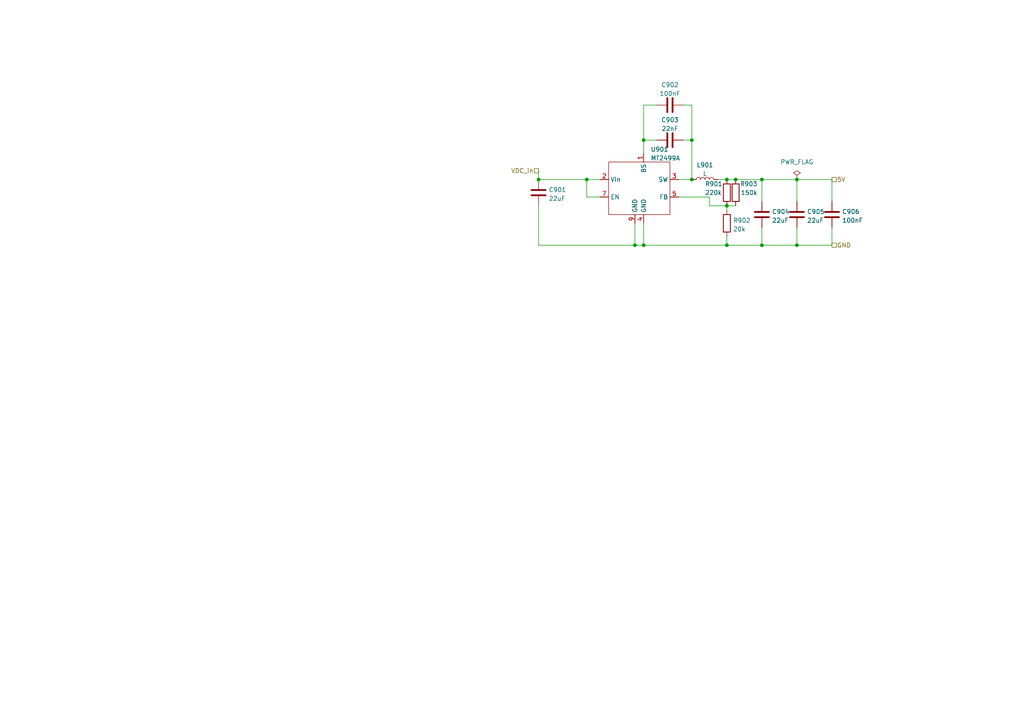
<source format=kicad_sch>
(kicad_sch (version 20230121) (generator eeschema)
  (paper "A4")
  (lib_symbols
    (symbol "Device:C" (pin_numbers hide) (pin_names (offset 0.254))
      (property "Reference" "C" (at 0.635 2.54 0))
      (property "Value" "C" (at 0.635 -2.54 0))
      (symbol "C_0_1"
        (polyline (pts (xy -2.032 -0.762) (xy 2.032 -0.762)) (stroke (width 0.508)))
        (polyline (pts (xy -2.032 0.762) (xy 2.032 0.762)) (stroke (width 0.508)))
      )
      (symbol "C_1_1"
        (pin passive line (at 0 3.81 270) (length 2.794) (name "~") (number "1"))
        (pin passive line (at 0 -3.81 90) (length 2.794) (name "~") (number "2"))
      )
    )
    (symbol "Device:L" (pin_numbers hide) (pin_names (offset 1.016) hide)
      (property "Reference" "L" (at -1.27 0 90))
      (property "Value" "L" (at 1.905 0 90))
      (symbol "L_0_1"
        (arc (start 0 -2.54) (mid 0.6323 -1.905) (end 0 -1.27))
        (arc (start 0 -1.27) (mid 0.6323 -0.635) (end 0 0))
        (arc (start 0 0) (mid 0.6323 0.635) (end 0 1.27))
        (arc (start 0 1.27) (mid 0.6323 1.905) (end 0 2.54))
      )
      (symbol "L_1_1"
        (pin passive line (at 0 3.81 270) (length 1.27) (name "1") (number "1"))
        (pin passive line (at 0 -3.81 90) (length 1.27) (name "2") (number "2"))
      )
    )
    (symbol "Device:R" (pin_numbers hide) (pin_names (offset 0))
      (property "Reference" "R" (at 2.032 0 90))
      (property "Value" "R" (at 0 0 90))
      (symbol "R_0_1"
        (rectangle (start -1.016 -2.54) (end 1.016 2.54) (stroke (width 0.254)))
      )
      (symbol "R_1_1"
        (pin passive line (at 0 3.81 270) (length 1.27) (name "~") (number "1"))
        (pin passive line (at 0 -3.81 90) (length 1.27) (name "~") (number "2"))
      )
    )
    (symbol "custom_kicad_lib_sk:MT499A"
      (property "Reference" "U1" (at 2.0194 9.999 0))
      (property "Value" "MT499A" (at 2.0194 7.4621 0))
      (symbol "MT499A_0_1"
        (rectangle (start -10.16 6.35) (end 7.62 -8.89) (stroke (width 0.1524)))
      )
      (symbol "MT499A_1_1"
        (pin input line (at 0 8.89 270) (length 2.54) (name "BS") (number "1"))
        (pin power_in line (at -12.7 1.27 0) (length 2.54) (name "Vin") (number "2"))
        (pin input line (at 10.16 1.27 180) (length 2.54) (name "SW") (number "3"))
        (pin power_in line (at 0 -11.43 90) (length 2.54) (name "GND") (number "4"))
        (pin input line (at 10.16 -3.81 180) (length 2.54) (name "FB") (number "5"))
        (pin no_connect line (at 8.89 -11.43 180) (length 2.54) hide (name "NC") (number "6"))
        (pin input line (at -12.7 -3.81 0) (length 2.54) (name "EN") (number "7"))
        (pin no_connect line (at 8.89 -13.97 180) (length 2.54) hide (name "NC") (number "8"))
        (pin input line (at -2.54 -11.43 90) (length 2.54) (name "GND") (number "9"))
      )
    )
    (symbol "power:PWR_FLAG" (power) (pin_numbers hide) (pin_names (offset 0) hide)
      (property "Value" "PWR_FLAG" (at 0 3.81 0))
      (symbol "PWR_FLAG_0_0"
        (pin power_out line (at 0 0 90) (length 0) (name "pwr") (number "1"))
      )
      (symbol "PWR_FLAG_0_1"
        (polyline (pts (xy 0 0) (xy 0 1.27) (xy -1.016 1.905) (xy 0 2.54) (xy 1.016 1.905) (xy 0 1.27)))
      )
    )
  )
  (junction (at 200.66 52.07))
  (junction (at 156.21 52.07))
  (junction (at 231.14 71.12))
  (junction (at 231.14 52.07))
  (junction (at 220.98 52.07))
  (junction (at 170.18 52.07))
  (junction (at 213.36 52.07))
  (junction (at 210.82 59.69))
  (junction (at 210.82 52.07))
  (junction (at 184.15 71.12))
  (junction (at 210.82 71.12))
  (junction (at 200.66 40.64))
  (junction (at 220.98 71.12))
  (junction (at 186.69 40.64))
  (junction (at 186.69 71.12))
  (wire (pts (xy 170.18 52.07) (xy 173.99 52.07)))
  (wire (pts (xy 210.82 71.12) (xy 210.82 68.58)))
  (wire (pts (xy 220.98 71.12) (xy 210.82 71.12)))
  (wire (pts (xy 213.36 52.07) (xy 220.98 52.07)))
  (wire (pts (xy 184.15 64.77) (xy 184.15 71.12)))
  (wire (pts (xy 184.15 71.12) (xy 156.21 71.12)))
  (wire (pts (xy 210.82 59.69) (xy 210.82 60.96)))
  (wire (pts (xy 210.82 52.07) (xy 213.36 52.07)))
  (wire (pts (xy 156.21 52.07) (xy 170.18 52.07)))
  (wire (pts (xy 231.14 66.04) (xy 231.14 71.12)))
  (wire (pts (xy 220.98 52.07) (xy 231.14 52.07)))
  (wire (pts (xy 231.14 71.12) (xy 220.98 71.12)))
  (wire (pts (xy 186.69 71.12) (xy 184.15 71.12)))
  (wire (pts (xy 231.14 52.07) (xy 241.3 52.07)))
  (wire (pts (xy 210.82 71.12) (xy 186.69 71.12)))
  (wire (pts (xy 205.74 57.15) (xy 205.74 59.69)))
  (wire (pts (xy 190.5 30.48) (xy 186.69 30.48)))
  (wire (pts (xy 196.85 52.07) (xy 200.66 52.07)))
  (wire (pts (xy 208.28 52.07) (xy 210.82 52.07)))
  (wire (pts (xy 200.66 40.64) (xy 200.66 30.48)))
  (wire (pts (xy 231.14 52.07) (xy 231.14 58.42)))
  (wire (pts (xy 186.69 30.48) (xy 186.69 40.64)))
  (wire (pts (xy 170.18 52.07) (xy 170.18 57.15)))
  (wire (pts (xy 200.66 30.48) (xy 198.12 30.48)))
  (wire (pts (xy 241.3 66.04) (xy 241.3 71.12)))
  (wire (pts (xy 200.66 52.07) (xy 200.66 40.64)))
  (wire (pts (xy 220.98 66.04) (xy 220.98 71.12)))
  (wire (pts (xy 156.21 71.12) (xy 156.21 59.69)))
  (wire (pts (xy 220.98 58.42) (xy 220.98 52.07)))
  (wire (pts (xy 186.69 71.12) (xy 186.69 64.77)))
  (wire (pts (xy 241.3 58.42) (xy 241.3 52.07)))
  (wire (pts (xy 186.69 40.64) (xy 190.5 40.64)))
  (wire (pts (xy 173.99 57.15) (xy 170.18 57.15)))
  (wire (pts (xy 210.82 59.69) (xy 213.36 59.69)))
  (wire (pts (xy 156.21 49.53) (xy 156.21 52.07)))
  (wire (pts (xy 241.3 71.12) (xy 231.14 71.12)))
  (wire (pts (xy 205.74 59.69) (xy 210.82 59.69)))
  (wire (pts (xy 186.69 40.64) (xy 186.69 44.45)))
  (wire (pts (xy 200.66 40.64) (xy 198.12 40.64)))
  (wire (pts (xy 196.85 57.15) (xy 205.74 57.15)))
  (hierarchical_label "5V" (shape passive) (at 241.3 52.07 0))
  (hierarchical_label "GND" (shape passive) (at 241.3 71.12 0))
  (hierarchical_label "VDC_in" (shape passive) (at 156.21 49.53 180))
  (symbol (lib_id "Device:L") (at 204.47 52.07 90) (unit 1)
    (property "Reference" "L901" (at 204.47 47.8622 90))
    (property "Value" "L" (at 204.47 50.3991 90))
    (property "Footprint" "Inductor_SMD:L_Bourns-SRN8040_8x8.15mm" (effects hide))
    (property "JLCPCB Part#" "C2929438" (effects hide))
    (instances (project "OS-servoDriver" (path "" (reference "L901") (unit 1))) (project "buck_5V" (path "" (reference "L901") (unit 1))) (project "general_schematics" (path "" (reference "L1501") (unit 1))))
  )
  (symbol (lib_id "Device:R") (at 213.36 55.88 180) (unit 1)
    (property "Reference" "R903" (at 219.71 53.34 0) (effects (justify left)))
    (property "Value" "150k" (at 219.71 55.88 0) (effects (justify left)))
    (property "Footprint" "Resistor_SMD:R_0603_1608Metric" (effects hide))
    (property "JLCPCB Part#" "C22807" (effects hide))
    (instances (project "OS-servoDriver" (path "" (reference "R903") (unit 1))) (project "buck_5V" (path "" (reference "R903") (unit 1))) (project "general_schematics" (path "" (reference "R1503") (unit 1))))
  )
  (symbol (lib_id "Device:C") (at 194.31 30.48 90) (unit 1)
    (property "Reference" "C902" (at 194.31 24.6212 90))
    (property "Value" "100nF" (at 194.31 27.1581 90))
    (property "Footprint" "Capacitor_SMD:C_0402_1005Metric" (effects hide))
    (property "JLCPCB Part#" "C307331" (effects hide))
    (instances (project "OS-servoDriver" (path "" (reference "C902") (unit 1))) (project "buck_5V" (path "" (reference "C902") (unit 1))) (project "general_schematics" (path "" (reference "C1502") (unit 1))))
  )
  (symbol (lib_id "Device:C") (at 194.31 40.64 90) (unit 1)
    (property "Reference" "C903" (at 194.31 34.7812 90))
    (property "Value" "22nF" (at 194.31 37.3181 90))
    (property "Footprint" "Capacitor_SMD:C_0402_1005Metric" (effects hide))
    (property "JLCPCB Part#" "C1532" (effects hide))
    (instances (project "OS-servoDriver" (path "" (reference "C903") (unit 1))) (project "buck_5V" (path "" (reference "C903") (unit 1))) (project "general_schematics" (path "" (reference "C1503") (unit 1))))
  )
  (symbol (lib_id "Device:C") (at 231.14 62.23 0) (unit 1)
    (property "Reference" "C905" (at 234.061 61.3953 0) (effects (justify left)))
    (property "Value" "22uF" (at 234.061 63.9322 0) (effects (justify left)))
    (property "Footprint" "Capacitor_SMD:C_0603_1608Metric" (effects hide))
    (property "JLCPCB Part#" "C45783" (effects hide))
    (instances (project "OS-servoDriver" (path "" (reference "C905") (unit 1))) (project "buck_5V" (path "" (reference "C905") (unit 1))) (project "general_schematics" (path "" (reference "C1505") (unit 1))))
  )
  (symbol (lib_id "Device:C") (at 156.21 55.88 0) (unit 1)
    (property "Reference" "C901" (at 159.131 55.0453 0) (effects (justify left)))
    (property "Value" "22uF" (at 159.131 57.5822 0) (effects (justify left)))
    (property "Footprint" "Capacitor_SMD:C_0603_1608Metric" (effects hide))
    (property "JLCPCB Part#" "C45783" (effects hide))
    (instances (project "OS-servoDriver" (path "" (reference "C901") (unit 1))) (project "buck_5V" (path "" (reference "C901") (unit 1))) (project "general_schematics" (path "" (reference "C1501") (unit 1))))
  )
  (symbol (lib_id "Device:R") (at 210.82 64.77 0) (unit 1)
    (property "Reference" "R902" (at 212.598 63.9353 0) (effects (justify left)))
    (property "Value" "20k" (at 212.598 66.4722 0) (effects (justify left)))
    (property "Footprint" "Resistor_SMD:R_0603_1608Metric" (effects hide))
    (property "JLCPCB Part#" "C4328" (effects hide))
    (instances (project "OS-servoDriver" (path "" (reference "R902") (unit 1))) (project "buck_5V" (path "" (reference "R902") (unit 1))) (project "general_schematics" (path "" (reference "R1502") (unit 1))))
  )
  (symbol (lib_id "custom_kicad_lib_sk:MT499A") (at 186.69 53.34 0) (unit 1)
    (property "Reference" "U901" (at 188.7094 43.341 0) (effects (justify left)))
    (property "Value" "MT2499A" (at 188.7094 45.8779 0) (effects (justify left)))
    (property "Footprint" "Package_SO:TI_SO-PowerPAD-8" (effects hide))
    (property "Datasheet" "https://datasheet.lcsc.com/lcsc/2205121200_XI-AN-Aerosemi-Tech-MT2499A_C3007555.pdf" (effects hide))
    (property "JLCPCB Part#" "C3007555" (effects hide))
    (instances (project "OS-servoDriver" (path "" (reference "U901") (unit 1))) (project "buck_5V" (path "" (reference "U901") (unit 1))) (project "general_schematics" (path "" (reference "U1501") (unit 1))))
  )
  (symbol (lib_id "Device:C") (at 220.98 62.23 0) (unit 1)
    (property "Reference" "C904" (at 223.901 61.3953 0) (effects (justify left)))
    (property "Value" "22uF" (at 223.901 63.9322 0) (effects (justify left)))
    (property "Footprint" "Capacitor_SMD:C_0603_1608Metric" (effects hide))
    (property "JLCPCB Part#" "C45783" (effects hide))
    (instances (project "OS-servoDriver" (path "" (reference "C904") (unit 1))) (project "buck_5V" (path "" (reference "C904") (unit 1))) (project "general_schematics" (path "" (reference "C1504") (unit 1))))
  )
  (symbol (lib_id "Device:R") (at 210.82 55.88 0) (unit 1)
    (property "Reference" "R901" (at 204.47 53.34 0) (effects (justify left)))
    (property "Value" "220k" (at 204.47 55.88 0) (effects (justify left)))
    (property "Footprint" "Resistor_SMD:R_0603_1608Metric" (effects hide))
    (property "JLCPCB Part#" "C22961" (effects hide))
    (instances (project "OS-servoDriver" (path "" (reference "R901") (unit 1))) (project "buck_5V" (path "" (reference "R901") (unit 1))) (project "general_schematics" (path "" (reference "R1501") (unit 1))))
  )
  (symbol (lib_id "power:PWR_FLAG") (at 231.14 52.07 0) (unit 1)
    (property "Reference" "#FLG01101" (effects hide))
    (property "Value" "PWR_FLAG" (at 231.14 46.99 0))
    (instances (project "OS-servoDriver" (path "" (reference "#FLG01101") (unit 1)) (path "" (reference "#FLG0501") (unit 1))))
  )
  (symbol (lib_id "Device:C") (at 241.3 62.23 0) (unit 1)
    (property "Reference" "C906" (at 244.221 61.3953 0) (effects (justify left)))
    (property "Value" "100nF" (at 244.221 63.9322 0) (effects (justify left)))
    (property "Footprint" "Capacitor_SMD:C_0402_1005Metric" (effects hide))
    (property "JLCPCB Part#" "C307331" (effects hide))
    (instances (project "OS-servoDriver" (path "" (reference "C906") (unit 1))) (project "buck_5V" (path "" (reference "C906") (unit 1))) (project "general_schematics" (path "" (reference "C1506") (unit 1))))
  )
)
</source>
